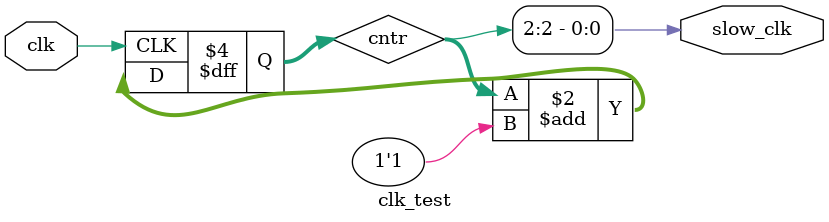
<source format=v>
module clk_test (
  input wire clk,
  output wire slow_clk
);

reg [2:0] cntr;

assign slow_clk = cntr[2];

initial begin
	cntr = 0;
end

always @(posedge clk)
begin
  cntr <= cntr + 1'b1;
end


endmodule


</source>
